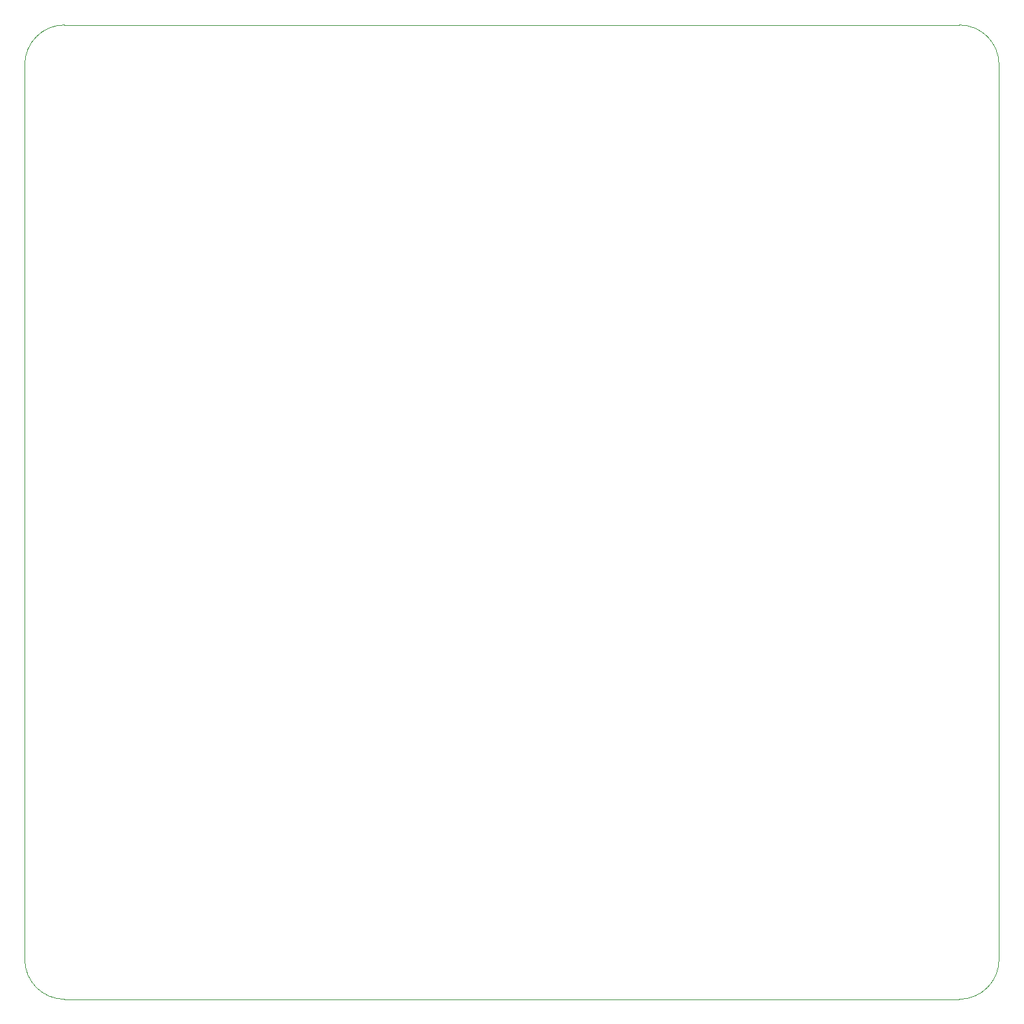
<source format=gbr>
%TF.GenerationSoftware,KiCad,Pcbnew,(6.0.5)*%
%TF.CreationDate,2023-06-11T10:02:41+02:00*%
%TF.ProjectId,Pico Sound,5069636f-2053-46f7-956e-642e6b696361,rev?*%
%TF.SameCoordinates,Original*%
%TF.FileFunction,Profile,NP*%
%FSLAX46Y46*%
G04 Gerber Fmt 4.6, Leading zero omitted, Abs format (unit mm)*
G04 Created by KiCad (PCBNEW (6.0.5)) date 2023-06-11 10:02:41*
%MOMM*%
%LPD*%
G01*
G04 APERTURE LIST*
%TA.AperFunction,Profile*%
%ADD10C,0.100000*%
%TD*%
G04 APERTURE END LIST*
D10*
X116840000Y-160655000D02*
G75*
G03*
X121920000Y-165735000I5080000J0D01*
G01*
X116840000Y-160655000D02*
X116840000Y-46355000D01*
X241300000Y-46355000D02*
G75*
G03*
X236220000Y-41275000I-5080000J0D01*
G01*
X121920000Y-41275000D02*
X236220000Y-41275000D01*
X241300000Y-46355000D02*
X241300000Y-160655000D01*
X121920000Y-41275000D02*
G75*
G03*
X116840000Y-46355000I0J-5080000D01*
G01*
X236220000Y-165735000D02*
G75*
G03*
X241300000Y-160655000I0J5080000D01*
G01*
X236220000Y-165735000D02*
X121920000Y-165735000D01*
M02*

</source>
